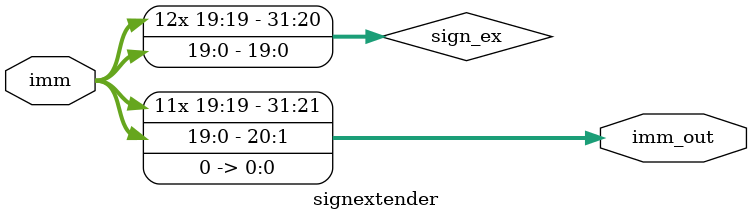
<source format=v>
`timescale 1ns / 1ps


module signextender(input [19:0] imm, output [31:0] imm_out

    );
    wire [31:0] sign_ex;
    assign sign_ex={{12{imm[19]}},imm};
    assign imm_out=sign_ex<<1'b1;
endmodule

</source>
